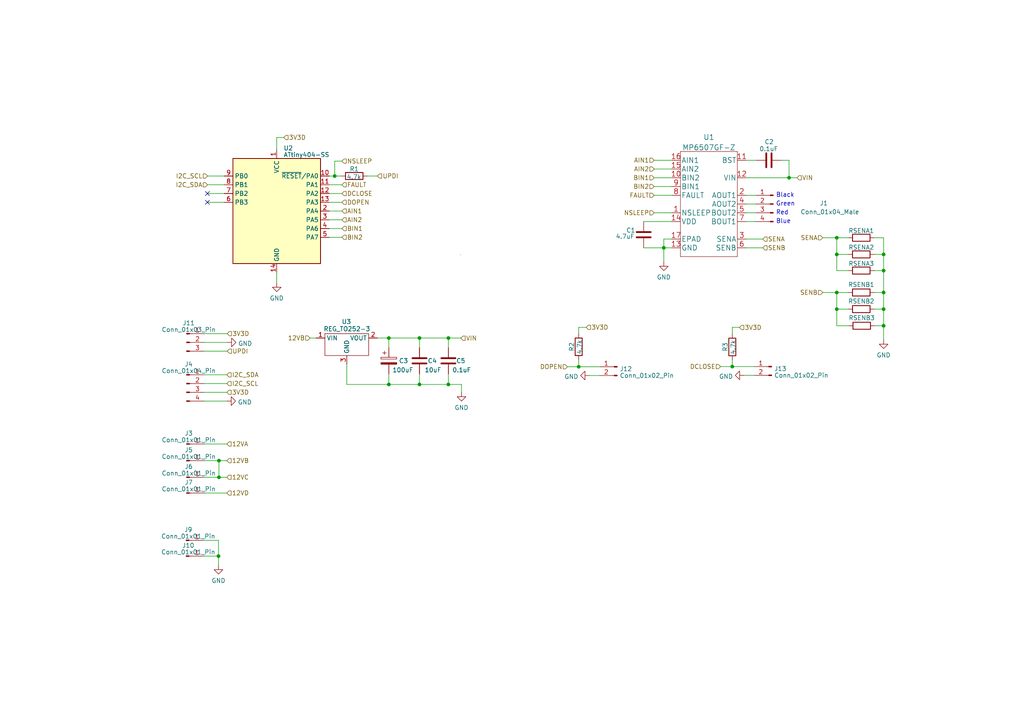
<source format=kicad_sch>
(kicad_sch (version 20230121) (generator eeschema)
  (paper "A4")
  (lib_symbols
    (symbol "Connector:Conn_01x01_Pin" (pin_names (offset 1.016) hide)
      (property "Reference" "J" (at 0 2.54 0))
      (property "Value" "Conn_01x01_Pin" (at 0 -2.54 0))
      (symbol "Conn_01x01_Pin_1_1"
        (polyline (pts (xy 1.27 0) (xy 0.8636 0)) (stroke (width 0.1524)))
        (rectangle (start 0.8636 0.127) (end 0 -0.127) (stroke (width 0.1524)) (fill (type outline)))
        (pin passive line (at 5.08 0 180) (length 3.81) (name "Pin_1") (number "1"))
      )
    )
    (symbol "Connector:Conn_01x02_Pin" (pin_names (offset 1.016) hide)
      (property "Reference" "J" (at 0 2.54 0))
      (property "Value" "Conn_01x02_Pin" (at 0 -5.08 0))
      (symbol "Conn_01x02_Pin_1_1"
        (polyline (pts (xy 1.27 -2.54) (xy 0.8636 -2.54)) (stroke (width 0.1524)))
        (polyline (pts (xy 1.27 0) (xy 0.8636 0)) (stroke (width 0.1524)))
        (rectangle (start 0.8636 -2.413) (end 0 -2.667) (stroke (width 0.1524)) (fill (type outline)))
        (rectangle (start 0.8636 0.127) (end 0 -0.127) (stroke (width 0.1524)) (fill (type outline)))
        (pin passive line (at 5.08 0 180) (length 3.81) (name "Pin_1") (number "1"))
        (pin passive line (at 5.08 -2.54 180) (length 3.81) (name "Pin_2") (number "2"))
      )
    )
    (symbol "Connector:Conn_01x03_Pin" (pin_names (offset 1.016) hide)
      (property "Reference" "J" (at 0 5.08 0))
      (property "Value" "Conn_01x03_Pin" (at 0 -5.08 0))
      (symbol "Conn_01x03_Pin_1_1"
        (polyline (pts (xy 1.27 -2.54) (xy 0.8636 -2.54)) (stroke (width 0.1524)))
        (polyline (pts (xy 1.27 0) (xy 0.8636 0)) (stroke (width 0.1524)))
        (polyline (pts (xy 1.27 2.54) (xy 0.8636 2.54)) (stroke (width 0.1524)))
        (rectangle (start 0.8636 -2.413) (end 0 -2.667) (stroke (width 0.1524)) (fill (type outline)))
        (rectangle (start 0.8636 0.127) (end 0 -0.127) (stroke (width 0.1524)) (fill (type outline)))
        (rectangle (start 0.8636 2.667) (end 0 2.413) (stroke (width 0.1524)) (fill (type outline)))
        (pin passive line (at 5.08 2.54 180) (length 3.81) (name "Pin_1") (number "1"))
        (pin passive line (at 5.08 0 180) (length 3.81) (name "Pin_2") (number "2"))
        (pin passive line (at 5.08 -2.54 180) (length 3.81) (name "Pin_3") (number "3"))
      )
    )
    (symbol "Connector:Conn_01x04_Male" (pin_names (offset 1.016) hide)
      (property "Reference" "J" (at 0 5.08 0))
      (property "Value" "Conn_01x04_Male" (at 0 -7.62 0))
      (symbol "Conn_01x04_Male_1_1"
        (polyline (pts (xy 1.27 -5.08) (xy 0.8636 -5.08)) (stroke (width 0.1524)))
        (polyline (pts (xy 1.27 -2.54) (xy 0.8636 -2.54)) (stroke (width 0.1524)))
        (polyline (pts (xy 1.27 0) (xy 0.8636 0)) (stroke (width 0.1524)))
        (polyline (pts (xy 1.27 2.54) (xy 0.8636 2.54)) (stroke (width 0.1524)))
        (rectangle (start 0.8636 -4.953) (end 0 -5.207) (stroke (width 0.1524)) (fill (type outline)))
        (rectangle (start 0.8636 -2.413) (end 0 -2.667) (stroke (width 0.1524)) (fill (type outline)))
        (rectangle (start 0.8636 0.127) (end 0 -0.127) (stroke (width 0.1524)) (fill (type outline)))
        (rectangle (start 0.8636 2.667) (end 0 2.413) (stroke (width 0.1524)) (fill (type outline)))
        (pin passive line (at 5.08 2.54 180) (length 3.81) (name "Pin_1") (number "1"))
        (pin passive line (at 5.08 0 180) (length 3.81) (name "Pin_2") (number "2"))
        (pin passive line (at 5.08 -2.54 180) (length 3.81) (name "Pin_3") (number "3"))
        (pin passive line (at 5.08 -5.08 180) (length 3.81) (name "Pin_4") (number "4"))
      )
    )
    (symbol "Connector:Conn_01x04_Pin" (pin_names (offset 1.016) hide)
      (property "Reference" "J" (at 0 5.08 0))
      (property "Value" "Conn_01x04_Pin" (at 0 -7.62 0))
      (symbol "Conn_01x04_Pin_1_1"
        (polyline (pts (xy 1.27 -5.08) (xy 0.8636 -5.08)) (stroke (width 0.1524)))
        (polyline (pts (xy 1.27 -2.54) (xy 0.8636 -2.54)) (stroke (width 0.1524)))
        (polyline (pts (xy 1.27 0) (xy 0.8636 0)) (stroke (width 0.1524)))
        (polyline (pts (xy 1.27 2.54) (xy 0.8636 2.54)) (stroke (width 0.1524)))
        (rectangle (start 0.8636 -4.953) (end 0 -5.207) (stroke (width 0.1524)) (fill (type outline)))
        (rectangle (start 0.8636 -2.413) (end 0 -2.667) (stroke (width 0.1524)) (fill (type outline)))
        (rectangle (start 0.8636 0.127) (end 0 -0.127) (stroke (width 0.1524)) (fill (type outline)))
        (rectangle (start 0.8636 2.667) (end 0 2.413) (stroke (width 0.1524)) (fill (type outline)))
        (pin passive line (at 5.08 2.54 180) (length 3.81) (name "Pin_1") (number "1"))
        (pin passive line (at 5.08 0 180) (length 3.81) (name "Pin_2") (number "2"))
        (pin passive line (at 5.08 -2.54 180) (length 3.81) (name "Pin_3") (number "3"))
        (pin passive line (at 5.08 -5.08 180) (length 3.81) (name "Pin_4") (number "4"))
      )
    )
    (symbol "Device:C" (pin_numbers hide) (pin_names (offset 0.254))
      (property "Reference" "C" (at 0.635 2.54 0))
      (property "Value" "C" (at 0.635 -2.54 0))
      (symbol "C_0_1"
        (polyline (pts (xy -2.032 -0.762) (xy 2.032 -0.762)) (stroke (width 0.508)))
        (polyline (pts (xy -2.032 0.762) (xy 2.032 0.762)) (stroke (width 0.508)))
      )
      (symbol "C_1_1"
        (pin passive line (at 0 3.81 270) (length 2.794) (name "~") (number "1"))
        (pin passive line (at 0 -3.81 90) (length 2.794) (name "~") (number "2"))
      )
    )
    (symbol "Device:C_Polarized" (pin_numbers hide) (pin_names (offset 0.254))
      (property "Reference" "C" (at 0.635 2.54 0))
      (property "Value" "C_Polarized" (at 0.635 -2.54 0))
      (symbol "C_Polarized_0_1"
        (rectangle (start -2.286 0.508) (end 2.286 1.016))
        (polyline (pts (xy -1.778 2.286) (xy -0.762 2.286)))
        (polyline (pts (xy -1.27 2.794) (xy -1.27 1.778)))
        (rectangle (start 2.286 -0.508) (end -2.286 -1.016) (fill (type outline)))
      )
      (symbol "C_Polarized_1_1"
        (pin passive line (at 0 3.81 270) (length 2.794) (name "~") (number "1"))
        (pin passive line (at 0 -3.81 90) (length 2.794) (name "~") (number "2"))
      )
    )
    (symbol "Device:R" (pin_numbers hide) (pin_names (offset 0))
      (property "Reference" "R" (at 2.032 0 90))
      (property "Value" "R" (at 0 0 90))
      (symbol "R_0_1"
        (rectangle (start -1.016 -2.54) (end 1.016 2.54) (stroke (width 0.254)))
      )
      (symbol "R_1_1"
        (pin passive line (at 0 3.81 270) (length 1.27) (name "~") (number "1"))
        (pin passive line (at 0 -3.81 90) (length 1.27) (name "~") (number "2"))
      )
    )
    (symbol "MCU_Microchip_ATtiny:ATtiny404-SS"
      (property "Reference" "U" (at -12.7 16.51 0))
      (property "Value" "ATtiny404-SS" (at 2.54 -16.51 0))
      (symbol "ATtiny404-SS_0_1"
        (rectangle (start -12.7 -15.24) (end 12.7 15.24) (stroke (width 0.254)) (fill (type background)))
      )
      (symbol "ATtiny404-SS_1_1"
        (pin power_in line (at 0 17.78 270) (length 2.54) (name "VCC") (number "1"))
        (pin bidirectional line (at 15.24 10.16 180) (length 2.54) (name "~{RESET}/PA0") (number "10"))
        (pin bidirectional line (at 15.24 7.62 180) (length 2.54) (name "PA1") (number "11"))
        (pin bidirectional line (at 15.24 5.08 180) (length 2.54) (name "PA2") (number "12"))
        (pin bidirectional line (at 15.24 2.54 180) (length 2.54) (name "PA3") (number "13"))
        (pin power_in line (at 0 -17.78 90) (length 2.54) (name "GND") (number "14"))
        (pin bidirectional line (at 15.24 0 180) (length 2.54) (name "PA4") (number "2"))
        (pin bidirectional line (at 15.24 -2.54 180) (length 2.54) (name "PA5") (number "3"))
        (pin bidirectional line (at 15.24 -5.08 180) (length 2.54) (name "PA6") (number "4"))
        (pin bidirectional line (at 15.24 -7.62 180) (length 2.54) (name "PA7") (number "5"))
        (pin bidirectional line (at -15.24 2.54 0) (length 2.54) (name "PB3") (number "6"))
        (pin bidirectional line (at -15.24 5.08 0) (length 2.54) (name "PB2") (number "7"))
        (pin bidirectional line (at -15.24 7.62 0) (length 2.54) (name "PB1") (number "8"))
        (pin bidirectional line (at -15.24 10.16 0) (length 2.54) (name "PB0") (number "9"))
      )
    )
    (symbol "Ninja-qPCR:MP6507GF-Z" (pin_names (offset 0.254))
      (property "Reference" "U" (at 10.16 6.35 0))
      (property "Value" "MP6507GF-Z" (at 10.16 3.81 0))
      (symbol "MP6507GF-Z_1_1"
        (polyline (pts (xy 2.54 -27.94) (xy 19.05 -27.94)) (stroke (width 0.127)))
        (polyline (pts (xy 2.54 2.54) (xy 2.54 -27.94)) (stroke (width 0.127)))
        (polyline (pts (xy 19.05 -27.94) (xy 19.05 2.54)) (stroke (width 0.127)))
        (polyline (pts (xy 19.05 2.54) (xy 2.54 2.54)) (stroke (width 0.127)))
        (pin input line (at 0 -15.24 0) (length 2.54) (name "NSLEEP") (number "1"))
        (pin input line (at 0 -5.08 0) (length 2.54) (name "BIN2") (number "10"))
        (pin power_in line (at 21.59 0 180) (length 2.54) (name "BST") (number "11"))
        (pin power_in line (at 21.59 -5.08 180) (length 2.54) (name "VIN") (number "12"))
        (pin power_in line (at 0 -25.4 0) (length 2.54) (name "GND") (number "13"))
        (pin power_in line (at 0 -17.78 0) (length 2.54) (name "VDD") (number "14"))
        (pin input line (at 0 -2.54 0) (length 2.54) (name "AIN2") (number "15"))
        (pin input line (at 0 0 0) (length 2.54) (name "AIN1") (number "16"))
        (pin power_in line (at 0 -22.86 0) (length 2.54) (name "EPAD") (number "17"))
        (pin unspecified line (at 21.59 -10.16 180) (length 2.54) (name "AOUT1") (number "2"))
        (pin unspecified line (at 21.59 -22.86 180) (length 2.54) (name "SENA") (number "3"))
        (pin unspecified line (at 21.59 -12.7 180) (length 2.54) (name "AOUT2") (number "4"))
        (pin unspecified line (at 21.59 -15.24 180) (length 2.54) (name "BOUT2") (number "5"))
        (pin unspecified line (at 21.59 -25.4 180) (length 2.54) (name "SENB") (number "6"))
        (pin unspecified line (at 21.59 -17.78 180) (length 2.54) (name "BOUT1") (number "7"))
        (pin unspecified line (at 0 -10.16 0) (length 2.54) (name "FAULT") (number "8"))
        (pin input line (at 0 -7.62 0) (length 2.54) (name "BIN1") (number "9"))
      )
    )
    (symbol "Ninja:REG_TO252-3"
      (property "Reference" "U" (at 0 1.27 0))
      (property "Value" "REG_TO252-3" (at 7.62 -7.62 0))
      (symbol "REG_TO252-3_0_1"
        (rectangle (start -6.35 0) (end 6.35 -6.35) (stroke (width 0.1524)))
        (rectangle (start 33.02 22.86) (end 33.02 22.86) (stroke (width 0.1524)))
      )
      (symbol "REG_TO252-3_1_1"
        (pin input line (at -8.89 -1.27 0) (length 2.54) (name "VIN") (number "1"))
        (pin input line (at 8.89 -1.27 180) (length 2.54) (name "VOUT") (number "2"))
        (pin input line (at 0 -8.89 90) (length 2.54) (name "GND") (number "3"))
      )
    )
    (symbol "power:GND" (power) (pin_names (offset 0))
      (property "Value" "GND" (at 0 -3.81 0))
      (symbol "GND_0_1"
        (polyline (pts (xy 0 0) (xy 0 -1.27) (xy 1.27 -1.27) (xy 0 -2.54) (xy -1.27 -1.27) (xy 0 -1.27)))
      )
      (symbol "GND_1_1"
        (pin power_in line (at 0 0 270) (length 0) hide (name "GND") (number "1"))
      )
    )
  )
  (junction (at 63.5 133.604))
  (junction (at 63.373 161.29))
  (junction (at 228.854 51.562))
  (junction (at 242.697 89.662))
  (junction (at 121.666 111.506))
  (junction (at 212.3948 106.3244))
  (junction (at 242.697 73.787))
  (junction (at 256.286 84.836))
  (junction (at 167.8432 106.3752))
  (junction (at 130.048 98.044))
  (junction (at 192.532 71.882))
  (junction (at 63.5 138.43))
  (junction (at 242.697 68.961))
  (junction (at 130.048 111.506))
  (junction (at 256.286 94.488))
  (junction (at 112.776 98.044))
  (junction (at 256.286 78.486))
  (junction (at 242.697 84.836))
  (junction (at 112.776 111.506))
  (junction (at 256.286 73.787))
  (junction (at 97.0788 51.054))
  (junction (at 256.286 89.662))
  (junction (at 121.666 98.044))
  (no_connect (at 60.1472 56.134))
  (no_connect (at 60.1472 58.674))
  (wire (pts (xy 212.3948 94.9452) (xy 212.3948 96.8248)))
  (wire (pts (xy 208.9912 106.3244) (xy 212.3948 106.3244)))
  (wire (pts (xy 121.666 98.044) (xy 130.048 98.044)))
  (wire (pts (xy 63.5 133.604) (xy 63.5 138.43)))
  (wire (pts (xy 80.264 39.878) (xy 80.264 43.434)))
  (wire (pts (xy 109.474 98.044) (xy 112.776 98.044)))
  (wire (pts (xy 242.697 89.662) (xy 242.697 84.836)))
  (wire (pts (xy 95.504 58.674) (xy 99.1616 58.674)))
  (wire (pts (xy 95.504 61.214) (xy 99.1616 61.214)))
  (wire (pts (xy 133.858 113.792) (xy 133.858 111.506)))
  (wire (pts (xy 59.055 161.29) (xy 63.373 161.29)))
  (wire (pts (xy 60.1472 58.674) (xy 65.024 58.674)))
  (wire (pts (xy 256.286 68.961) (xy 256.286 73.787)))
  (wire (pts (xy 167.8432 106.3752) (xy 173.9392 106.3752)))
  (wire (pts (xy 130.048 98.044) (xy 130.048 100.838)))
  (wire (pts (xy 59.182 128.778) (xy 65.786 128.778)))
  (wire (pts (xy 164.592 106.3752) (xy 167.8432 106.3752)))
  (wire (pts (xy 194.818 69.342) (xy 192.532 69.342)))
  (wire (pts (xy 256.286 94.488) (xy 256.286 98.552)))
  (wire (pts (xy 133.858 111.506) (xy 130.048 111.506)))
  (wire (pts (xy 80.264 78.994) (xy 80.264 82.042)))
  (wire (pts (xy 130.048 108.458) (xy 130.048 111.506)))
  (wire (pts (xy 253.619 78.486) (xy 256.286 78.486)))
  (wire (pts (xy 242.697 73.787) (xy 242.697 78.486)))
  (wire (pts (xy 216.408 56.642) (xy 219.202 56.642)))
  (wire (pts (xy 82.296 39.878) (xy 80.264 39.878)))
  (wire (pts (xy 242.697 68.961) (xy 245.999 68.961)))
  (wire (pts (xy 238.633 68.961) (xy 242.697 68.961)))
  (wire (pts (xy 216.408 64.262) (xy 219.202 64.262)))
  (wire (pts (xy 216.408 71.882) (xy 221.234 71.882)))
  (wire (pts (xy 242.697 73.787) (xy 245.999 73.787)))
  (wire (pts (xy 112.776 98.044) (xy 121.666 98.044)))
  (wire (pts (xy 95.504 56.134) (xy 99.1616 56.134)))
  (wire (pts (xy 192.532 69.342) (xy 192.532 71.882)))
  (wire (pts (xy 242.697 89.662) (xy 245.999 89.662)))
  (wire (pts (xy 246.126 94.488) (xy 242.697 94.488)))
  (wire (pts (xy 242.697 94.488) (xy 242.697 89.662)))
  (wire (pts (xy 133.6548 98.044) (xy 133.6548 98.0948)))
  (wire (pts (xy 253.746 94.488) (xy 256.286 94.488)))
  (wire (pts (xy 167.8432 104.394) (xy 167.8432 106.3752)))
  (wire (pts (xy 192.532 71.882) (xy 194.818 71.882)))
  (wire (pts (xy 59.182 113.792) (xy 65.786 113.792)))
  (wire (pts (xy 186.69 71.882) (xy 192.532 71.882)))
  (wire (pts (xy 59.182 108.712) (xy 65.786 108.712)))
  (wire (pts (xy 245.999 78.486) (xy 242.697 78.486)))
  (wire (pts (xy 112.776 111.506) (xy 100.584 111.506)))
  (wire (pts (xy 99.1616 46.736) (xy 97.0788 46.736)))
  (wire (pts (xy 189.738 54.102) (xy 194.818 54.102)))
  (wire (pts (xy 253.619 73.787) (xy 256.286 73.787)))
  (wire (pts (xy 167.8432 94.9452) (xy 167.8432 96.774)))
  (wire (pts (xy 189.738 56.642) (xy 194.818 56.642)))
  (wire (pts (xy 189.738 51.562) (xy 194.818 51.562)))
  (wire (pts (xy 106.553 51.054) (xy 109.474 51.054)))
  (wire (pts (xy 192.532 71.882) (xy 192.532 75.946)))
  (wire (pts (xy 59.182 99.314) (xy 65.8876 99.314)))
  (wire (pts (xy 256.286 78.486) (xy 256.286 84.836)))
  (wire (pts (xy 189.738 49.022) (xy 194.818 49.022)))
  (wire (pts (xy 228.854 51.562) (xy 231.14 51.562)))
  (wire (pts (xy 121.666 111.506) (xy 112.776 111.506)))
  (wire (pts (xy 60.198 51.054) (xy 65.024 51.054)))
  (wire (pts (xy 97.0788 46.736) (xy 97.0788 51.054)))
  (wire (pts (xy 59.182 138.43) (xy 63.5 138.43)))
  (wire (pts (xy 100.584 111.506) (xy 100.584 105.664)))
  (wire (pts (xy 216.408 59.182) (xy 219.202 59.182)))
  (wire (pts (xy 130.048 111.506) (xy 121.666 111.506)))
  (wire (pts (xy 95.504 66.294) (xy 99.1616 66.294)))
  (wire (pts (xy 60.1472 56.134) (xy 65.024 56.134)))
  (wire (pts (xy 59.182 96.774) (xy 65.8876 96.774)))
  (wire (pts (xy 95.504 53.594) (xy 99.1616 53.594)))
  (wire (pts (xy 212.3948 104.4448) (xy 212.3948 106.3244)))
  (wire (pts (xy 256.286 73.787) (xy 256.286 78.486)))
  (wire (pts (xy 89.916 98.044) (xy 91.694 98.044)))
  (wire (pts (xy 97.0788 51.054) (xy 98.933 51.054)))
  (wire (pts (xy 253.619 84.836) (xy 256.286 84.836)))
  (wire (pts (xy 59.055 156.718) (xy 63.373 156.718)))
  (wire (pts (xy 216.408 46.482) (xy 219.202 46.482)))
  (wire (pts (xy 170.942 108.9152) (xy 173.9392 108.9152)))
  (wire (pts (xy 216.408 51.562) (xy 228.854 51.562)))
  (wire (pts (xy 189.738 61.722) (xy 194.818 61.722)))
  (wire (pts (xy 121.666 108.458) (xy 121.666 111.506)))
  (wire (pts (xy 63.373 161.29) (xy 63.373 163.957)))
  (wire (pts (xy 242.697 84.836) (xy 245.999 84.836)))
  (wire (pts (xy 215.7984 108.8644) (xy 218.7448 108.8644)))
  (wire (pts (xy 228.854 46.482) (xy 228.854 51.562)))
  (wire (pts (xy 238.633 84.836) (xy 242.697 84.836)))
  (wire (pts (xy 216.408 69.342) (xy 221.234 69.342)))
  (wire (pts (xy 242.697 68.961) (xy 242.697 73.787)))
  (wire (pts (xy 112.776 100.838) (xy 112.776 98.044)))
  (wire (pts (xy 214.5284 94.9452) (xy 212.3948 94.9452)))
  (wire (pts (xy 170.0276 94.9452) (xy 167.8432 94.9452)))
  (wire (pts (xy 212.3948 106.3244) (xy 218.7448 106.3244)))
  (wire (pts (xy 59.182 116.332) (xy 65.786 116.332)))
  (wire (pts (xy 59.182 133.604) (xy 63.5 133.604)))
  (wire (pts (xy 130.048 98.044) (xy 133.6548 98.044)))
  (wire (pts (xy 256.286 89.662) (xy 256.286 94.488)))
  (wire (pts (xy 121.666 98.044) (xy 121.666 100.838)))
  (wire (pts (xy 63.5 138.43) (xy 65.786 138.43)))
  (wire (pts (xy 226.822 46.482) (xy 228.854 46.482)))
  (wire (pts (xy 95.504 68.834) (xy 99.1616 68.834)))
  (wire (pts (xy 59.182 101.854) (xy 65.8876 101.854)))
  (wire (pts (xy 63.373 161.29) (xy 63.373 156.718)))
  (wire (pts (xy 59.182 111.252) (xy 65.786 111.252)))
  (wire (pts (xy 63.5 133.604) (xy 65.786 133.604)))
  (wire (pts (xy 256.286 68.961) (xy 253.619 68.961)))
  (wire (pts (xy 186.69 64.262) (xy 194.818 64.262)))
  (wire (pts (xy 216.408 61.722) (xy 219.202 61.722)))
  (wire (pts (xy 95.504 51.054) (xy 97.0788 51.054)))
  (wire (pts (xy 189.738 46.482) (xy 194.818 46.482)))
  (wire (pts (xy 95.504 63.754) (xy 99.1616 63.754)))
  (wire (pts (xy 59.182 143.002) (xy 65.786 143.002)))
  (wire (pts (xy 112.776 108.458) (xy 112.776 111.506)))
  (wire (pts (xy 256.286 84.836) (xy 256.286 89.662)))
  (wire (pts (xy 253.619 89.662) (xy 256.286 89.662)))
  (wire (pts (xy 60.198 53.594) (xy 65.024 53.594)))
  (text "Red" (at 225.044 62.484 0) (effects (font (size 1.27 1.27)) (justify left bottom)))
  (text "Green" (at 225.044 59.944 0) (effects (font (size 1.27 1.27)) (justify left bottom)))
  (text "Black" (at 225.044 57.404 0) (effects (font (size 1.27 1.27)) (justify left bottom)))
  (text "Blue" (at 225.044 65.024 0) (effects (font (size 1.27 1.27)) (justify left bottom)))
  (hierarchical_label "I2C_SCL" (shape input) (at 65.786 111.252 0))
  (hierarchical_label "SENA" (shape input) (at 221.234 69.342 0))
  (hierarchical_label "DCLOSE" (shape input) (at 208.9912 106.3244 180))
  (hierarchical_label "SENA" (shape input) (at 238.633 68.961 180))
  (hierarchical_label "VIN" (shape input) (at 133.6548 98.0948 0))
  (hierarchical_label "FAULT" (shape input) (at 99.1616 53.594 0))
  (hierarchical_label "12VB" (shape input) (at 89.916 98.044 180))
  (hierarchical_label "UPDI" (shape input) (at 65.8876 101.854 0))
  (hierarchical_label "NSLEEP" (shape input) (at 99.1616 46.736 0))
  (hierarchical_label "3V3D" (shape input) (at 170.0276 94.9452 0))
  (hierarchical_label "AIN1" (shape input) (at 189.738 46.482 180))
  (hierarchical_label "3V3D" (shape input) (at 82.296 39.878 0))
  (hierarchical_label "BIN2" (shape input) (at 189.738 54.102 180))
  (hierarchical_label "SENB" (shape input) (at 238.633 84.836 180))
  (hierarchical_label "12VB" (shape input) (at 65.786 133.604 0))
  (hierarchical_label "NSLEEP" (shape input) (at 189.738 61.722 180))
  (hierarchical_label "12VA" (shape input) (at 65.786 128.778 0))
  (hierarchical_label "DCLOSE" (shape input) (at 99.1616 56.134 0))
  (hierarchical_label "UPDI" (shape input) (at 109.474 51.054 0))
  (hierarchical_label "FAULT" (shape input) (at 189.738 56.642 180))
  (hierarchical_label "DOPEN" (shape input) (at 164.592 106.3752 180))
  (hierarchical_label "BIN2" (shape input) (at 99.1616 68.834 0))
  (hierarchical_label "12VD" (shape input) (at 65.786 143.002 0))
  (hierarchical_label "I2C_SCL" (shape input) (at 60.198 51.054 180))
  (hierarchical_label "3V3D" (shape input) (at 214.4776 94.996 0))
  (hierarchical_label "I2C_SDA" (shape input) (at 60.198 53.594 180))
  (hierarchical_label "12VC" (shape input) (at 65.786 138.43 0))
  (hierarchical_label "I2C_SDA" (shape input) (at 65.786 108.712 0))
  (hierarchical_label "3V3D" (shape input) (at 65.8876 96.774 0))
  (hierarchical_label "3V3D" (shape input) (at 65.786 113.792 0))
  (hierarchical_label "BIN1" (shape input) (at 99.1616 66.294 0))
  (hierarchical_label "AIN2" (shape input) (at 189.738 49.022 180))
  (hierarchical_label "DOPEN" (shape input) (at 99.1616 58.674 0))
  (hierarchical_label "VIN" (shape input) (at 231.14 51.562 0))
  (hierarchical_label "AIN2" (shape input) (at 99.1616 63.754 0))
  (hierarchical_label "AIN1" (shape input) (at 99.1616 61.214 0))
  (hierarchical_label "BIN1" (shape input) (at 189.738 51.562 180))
  (hierarchical_label "SENB" (shape input) (at 221.234 71.882 0))
  (symbol (lib_id "Device:R") (at 249.936 94.488 270) (unit 1)
    (property "Reference" "RSENB3" (at 249.936 92.202 90))
    (property "Value" "R" (effects hide))
    (property "Footprint" "Resistor_SMD:R_0603_1608Metric" (effects hide))
  )
  (symbol (lib_id "Device:R") (at 249.809 68.961 90) (unit 1)
    (property "Reference" "RSENA1" (at 249.809 66.929 90))
    (property "Value" "R" (effects hide))
    (property "Footprint" "Resistor_SMD:R_0603_1608Metric" (effects hide))
  )
  (symbol (lib_id "power:GND") (at 256.286 98.552 0) (unit 1)
    (property "Reference" "#PWR0104" (effects hide))
    (property "Value" "GND" (at 256.286 102.9954 0))
  )
  (symbol (lib_id "Device:C_Polarized") (at 112.776 104.648 0) (unit 1)
    (property "Reference" "C3" (at 115.697 104.648 0) (effects (justify left)))
    (property "Value" "100uF" (at 113.792 107.315 0) (effects (justify left)))
    (property "Footprint" "Ninja:35TZV100M6.3X8" (effects hide))
  )
  (symbol (lib_id "Connector:Conn_01x02_Pin") (at 179.0192 106.3752 0) (mirror y) (unit 1)
    (property "Reference" "J12" (at 179.7304 107.0015 0) (effects (justify right)))
    (property "Value" "Conn_01x02_Pin" (at 179.7304 108.9225 0) (effects (justify right)))
    (property "Footprint" "Connector_PinHeader_2.54mm:PinHeader_1x02_P2.54mm_Vertical" (effects hide))
  )
  (symbol (lib_id "Connector:Conn_01x01_Pin") (at 54.102 143.002 0) (unit 1)
    (property "Reference" "J7" (at 54.737 139.9159 0))
    (property "Value" "Conn_01x01_Pin" (at 54.737 141.8369 0))
    (property "Footprint" "Connector_PinHeader_2.54mm:PinHeader_1x01_P2.54mm_Vertical" (effects hide))
  )
  (symbol (lib_id "Connector:Conn_01x02_Pin") (at 223.8248 106.3244 0) (mirror y) (unit 1)
    (property "Reference" "J13" (at 224.536 106.9507 0) (effects (justify right)))
    (property "Value" "Conn_01x02_Pin" (at 224.536 108.8717 0) (effects (justify right)))
    (property "Footprint" "Connector_PinHeader_2.54mm:PinHeader_1x02_P2.54mm_Vertical" (effects hide))
  )
  (symbol (lib_id "Connector:Conn_01x01_Pin") (at 54.102 138.43 0) (unit 1)
    (property "Reference" "J6" (at 54.737 135.3439 0))
    (property "Value" "Conn_01x01_Pin" (at 54.737 137.2649 0))
    (property "Footprint" "Connector_PinHeader_2.54mm:PinHeader_1x01_P2.54mm_Vertical" (effects hide))
  )
  (symbol (lib_id "Device:R") (at 212.3948 100.6348 180) (unit 1)
    (property "Reference" "R3" (at 210.3628 100.6348 90))
    (property "Value" "4.7k" (at 212.6488 100.6856 90))
    (property "Footprint" "Resistor_SMD:R_0603_1608Metric" (effects hide))
  )
  (symbol (lib_id "power:GND") (at 65.8876 99.314 90) (unit 1)
    (property "Reference" "#PWR04" (effects hide))
    (property "Value" "GND" (at 69.0626 99.6308 90) (effects (justify right)))
  )
  (symbol (lib_id "Connector:Conn_01x01_Pin") (at 54.102 128.778 0) (unit 1)
    (property "Reference" "J3" (at 54.737 125.6919 0))
    (property "Value" "Conn_01x01_Pin" (at 54.737 127.6129 0))
    (property "Footprint" "Connector_PinHeader_2.54mm:PinHeader_1x01_P2.54mm_Vertical" (effects hide))
  )
  (symbol (lib_id "power:GND") (at 215.7984 108.8644 270) (unit 1)
    (property "Reference" "#PWR05" (effects hide))
    (property "Value" "GND" (at 212.6235 109.1812 90) (effects (justify right)))
  )
  (symbol (lib_id "Device:R") (at 249.809 84.836 270) (unit 1)
    (property "Reference" "RSENB1" (at 249.809 82.55 90))
    (property "Value" "R" (effects hide))
    (property "Footprint" "Resistor_SMD:R_0603_1608Metric" (effects hide))
  )
  (symbol (lib_id "power:GND") (at 192.532 75.946 0) (unit 1)
    (property "Reference" "#PWR0102" (effects hide))
    (property "Value" "GND" (at 192.532 80.3894 0))
  )
  (symbol (lib_id "Connector:Conn_01x01_Pin") (at 54.102 133.604 0) (unit 1)
    (property "Reference" "J5" (at 54.737 130.5179 0))
    (property "Value" "Conn_01x01_Pin" (at 54.737 132.4389 0))
    (property "Footprint" "Connector_PinHeader_2.54mm:PinHeader_1x01_P2.54mm_Vertical" (effects hide))
  )
  (symbol (lib_id "power:GND") (at 63.373 163.957 0) (unit 1)
    (property "Reference" "#PWR03" (effects hide))
    (property "Value" "GND" (at 63.373 168.4004 0))
  )
  (symbol (lib_id "Device:R") (at 167.8432 100.584 180) (unit 1)
    (property "Reference" "R2" (at 165.8112 100.584 90))
    (property "Value" "4.7k" (at 168.0972 100.6348 90))
    (property "Footprint" "Resistor_SMD:R_0603_1608Metric" (effects hide))
  )
  (symbol (lib_id "Device:R") (at 249.809 78.486 90) (unit 1)
    (property "Reference" "RSENA3" (at 249.809 76.454 90))
    (property "Value" "R" (effects hide))
    (property "Footprint" "Resistor_SMD:R_0603_1608Metric" (effects hide))
  )
  (symbol (lib_id "Device:R") (at 249.809 89.662 270) (unit 1)
    (property "Reference" "RSENB2" (at 249.809 87.376 90))
    (property "Value" "R" (effects hide))
    (property "Footprint" "Resistor_SMD:R_0603_1608Metric" (effects hide))
  )
  (symbol (lib_id "power:GND") (at 65.786 116.332 90) (unit 1)
    (property "Reference" "#PWR02" (effects hide))
    (property "Value" "GND" (at 68.961 116.6488 90) (effects (justify right)))
  )
  (symbol (lib_id "Connector:Conn_01x03_Pin") (at 54.102 99.314 0) (unit 1)
    (property "Reference" "J11" (at 54.737 93.6879 0))
    (property "Value" "Conn_01x03_Pin" (at 54.737 95.6089 0))
    (property "Footprint" "Connector_PinHeader_2.54mm:PinHeader_1x03_P2.54mm_Vertical" (effects hide))
  )
  (symbol (lib_id "Device:C") (at 223.012 46.482 90) (unit 1)
    (property "Reference" "C2" (at 221.742 41.148 90) (effects (justify right)))
    (property "Value" "0.1uF" (at 220.218 43.18 90) (effects (justify right)))
    (property "Footprint" "Capacitor_SMD:C_0603_1608Metric" (effects hide))
  )
  (symbol (lib_id "Connector:Conn_01x04_Pin") (at 54.102 111.252 0) (unit 1)
    (property "Reference" "J4" (at 54.737 105.6259 0))
    (property "Value" "Conn_01x04_Pin" (at 54.737 107.5469 0))
    (property "Footprint" "Connector_PinHeader_2.54mm:PinHeader_1x04_P2.54mm_Vertical" (effects hide))
  )
  (symbol (lib_id "Device:C") (at 130.048 104.648 0) (unit 1)
    (property "Reference" "C5" (at 135.001 104.648 0) (effects (justify right)))
    (property "Value" "0.1uF" (at 136.652 107.315 0) (effects (justify right)))
    (property "Footprint" "Capacitor_SMD:C_0603_1608Metric" (effects hide))
  )
  (symbol (lib_id "Device:C") (at 121.666 104.648 0) (unit 1)
    (property "Reference" "C4" (at 126.746 104.648 0) (effects (justify right)))
    (property "Value" "10uF" (at 128.016 107.315 0) (effects (justify right)))
    (property "Footprint" "Capacitor_SMD:C_0805_2012Metric" (effects hide))
  )
  (symbol (lib_id "Device:C") (at 186.69 68.072 180) (unit 1)
    (property "Reference" "C1" (at 181.61 66.802 0) (effects (justify right)))
    (property "Value" "4.7uF" (at 178.562 68.58 0) (effects (justify right)))
    (property "Footprint" "Capacitor_SMD:C_0805_2012Metric" (effects hide))
  )
  (symbol (lib_id "Device:R") (at 102.743 51.054 90) (unit 1)
    (property "Reference" "R1" (at 102.743 49.022 90))
    (property "Value" "4.7k" (at 102.6668 51.308 90))
    (property "Footprint" "Resistor_SMD:R_0603_1608Metric" (effects hide))
  )
  (symbol (lib_id "Connector:Conn_01x01_Pin") (at 53.975 161.29 0) (unit 1)
    (property "Reference" "J10" (at 54.61 158.2039 0))
    (property "Value" "Conn_01x01_Pin" (at 54.61 160.1249 0))
    (property "Footprint" "Connector_PinHeader_2.54mm:PinHeader_1x01_P2.54mm_Vertical" (effects hide))
  )
  (symbol (lib_id "power:GND") (at 80.264 82.042 0) (unit 1)
    (property "Reference" "#PWR01" (effects hide))
    (property "Value" "GND" (at 80.264 86.4854 0))
  )
  (symbol (lib_id "power:GND") (at 170.942 108.9152 270) (unit 1)
    (property "Reference" "#PWR06" (effects hide))
    (property "Value" "GND" (at 167.7671 109.232 90) (effects (justify right)))
  )
  (symbol (lib_id "Ninja:REG_TO252-3") (at 100.584 96.774 0) (unit 1)
    (property "Reference" "U3" (at 100.4824 93.3196 0))
    (property "Value" "REG_TO252-3" (at 100.6348 95.4024 0))
    (property "Footprint" "Ninja:REG_TO252-3" (effects hide))
  )
  (symbol (lib_id "Connector:Conn_01x04_Male") (at 224.282 59.182 0) (mirror y) (unit 1)
    (property "Reference" "J1" (at 237.744 58.928 0) (effects (justify right)))
    (property "Value" "Conn_01x04_Male" (at 232.156 61.468 0) (effects (justify right)))
    (property "Footprint" "Connector_PinHeader_2.54mm:PinHeader_1x04_P2.54mm_Vertical" (effects hide))
  )
  (symbol (lib_id "power:GND") (at 133.858 113.792 0) (unit 1)
    (property "Reference" "#PWR0103" (effects hide))
    (property "Value" "GND" (at 133.858 118.2354 0))
  )
  (symbol (lib_id "Connector:Conn_01x01_Pin") (at 53.975 156.718 0) (unit 1)
    (property "Reference" "J9" (at 54.61 153.6319 0))
    (property "Value" "Conn_01x01_Pin" (at 54.61 155.5529 0))
    (property "Footprint" "Connector_PinHeader_2.54mm:PinHeader_1x01_P2.54mm_Vertical" (effects hide))
  )
  (symbol (lib_id "Ninja-qPCR:MP6507GF-Z") (at 194.818 46.482 0) (unit 1)
    (property "Reference" "U1" (at 205.613 39.7944 0) (effects (font (size 1.524 1.524))))
    (property "Value" "MP6507GF-Z" (at 205.613 42.7878 0) (effects (font (size 1.524 1.524))))
    (property "Footprint" "Package_SO:TSSOP-16-1EP_4.4x5mm_P0.65mm_EP3x3mm_ThermalVias" (effects hide))
  )
  (symbol (lib_id "MCU_Microchip_ATtiny:ATtiny404-SS") (at 80.264 61.214 0) (unit 1)
    (property "Reference" "U2" (at 82.2199 42.9641 0) (effects (justify left)))
    (property "Value" "ATtiny404-SS" (at 82.2199 44.8851 0) (effects (justify left)))
    (property "Footprint" "Package_SO:SOIC-14_3.9x8.7mm_P1.27mm" (effects hide))
    (property "Datasheet" "http://ww1.microchip.com/downloads/en/DeviceDoc/50002687A.pdf" (effects hide))
  )
  (symbol (lib_id "Device:R") (at 249.809 73.787 90) (unit 1)
    (property "Reference" "RSENA2" (at 249.809 71.755 90))
    (property "Value" "R" (effects hide))
    (property "Footprint" "Resistor_SMD:R_0603_1608Metric" (effects hide))
  )
)
</source>
